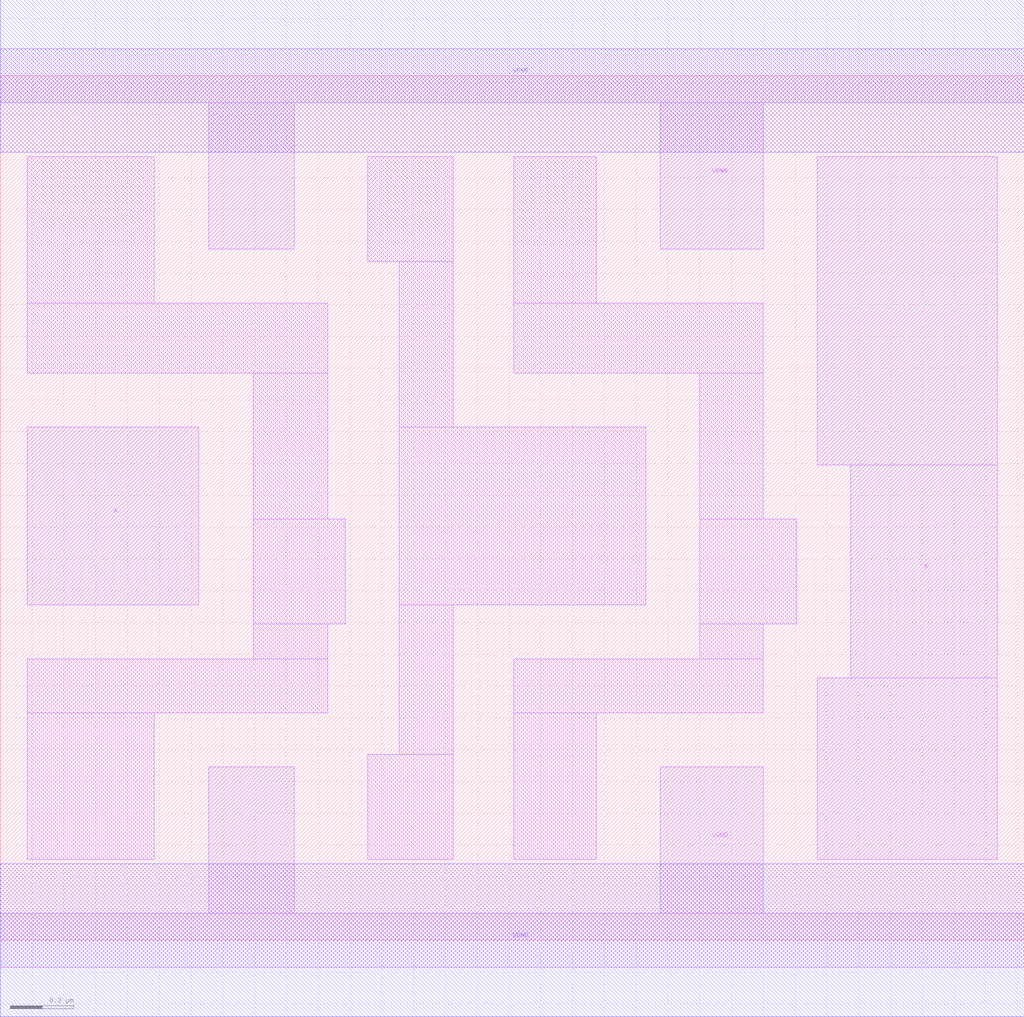
<source format=lef>
# Copyright 2020 The SkyWater PDK Authors
#
# Licensed under the Apache License, Version 2.0 (the "License");
# you may not use this file except in compliance with the License.
# You may obtain a copy of the License at
#
#     https://www.apache.org/licenses/LICENSE-2.0
#
# Unless required by applicable law or agreed to in writing, software
# distributed under the License is distributed on an "AS IS" BASIS,
# WITHOUT WARRANTIES OR CONDITIONS OF ANY KIND, either express or implied.
# See the License for the specific language governing permissions and
# limitations under the License.
#
# SPDX-License-Identifier: Apache-2.0

VERSION 5.5 ;
NAMESCASESENSITIVE ON ;
BUSBITCHARS "[]" ;
DIVIDERCHAR "/" ;
MACRO sky130_fd_sc_hd__dlygate4sd2_1
  CLASS CORE ;
  SOURCE USER ;
  ORIGIN  0.000000  0.000000 ;
  SIZE  3.220000 BY  2.720000 ;
  SYMMETRY X Y R90 ;
  SITE unithd ;
  PIN A
    ANTENNAGATEAREA  0.126000 ;
    DIRECTION INPUT ;
    USE SIGNAL ;
    PORT
      LAYER li1 ;
        RECT 0.085000 1.055000 0.625000 1.615000 ;
    END
  END A
  PIN X
    ANTENNADIFFAREA  0.429000 ;
    DIRECTION OUTPUT ;
    USE SIGNAL ;
    PORT
      LAYER li1 ;
        RECT 2.570000 0.255000 3.135000 0.825000 ;
        RECT 2.570000 1.495000 3.135000 2.465000 ;
        RECT 2.675000 0.825000 3.135000 1.495000 ;
    END
  END X
  PIN VGND
    DIRECTION INOUT ;
    SHAPE ABUTMENT ;
    USE GROUND ;
    PORT
      LAYER li1 ;
        RECT 0.000000 -0.085000 3.220000 0.085000 ;
        RECT 0.655000  0.085000 0.925000 0.545000 ;
        RECT 2.075000  0.085000 2.400000 0.545000 ;
    END
    PORT
      LAYER met1 ;
        RECT 0.000000 -0.240000 3.220000 0.240000 ;
    END
  END VGND
  PIN VPWR
    DIRECTION INOUT ;
    SHAPE ABUTMENT ;
    USE POWER ;
    PORT
      LAYER li1 ;
        RECT 0.000000 2.635000 3.220000 2.805000 ;
        RECT 0.655000 2.175000 0.925000 2.635000 ;
        RECT 2.075000 2.175000 2.400000 2.635000 ;
    END
    PORT
      LAYER met1 ;
        RECT 0.000000 2.480000 3.220000 2.960000 ;
    END
  END VPWR
  OBS
    LAYER li1 ;
      RECT 0.085000 0.255000 0.485000 0.715000 ;
      RECT 0.085000 0.715000 1.030000 0.885000 ;
      RECT 0.085000 1.785000 1.030000 2.005000 ;
      RECT 0.085000 2.005000 0.485000 2.465000 ;
      RECT 0.795000 0.885000 1.030000 0.995000 ;
      RECT 0.795000 0.995000 1.085000 1.325000 ;
      RECT 0.795000 1.325000 1.030000 1.785000 ;
      RECT 1.155000 0.255000 1.425000 0.585000 ;
      RECT 1.155000 2.135000 1.425000 2.465000 ;
      RECT 1.255000 0.585000 1.425000 1.055000 ;
      RECT 1.255000 1.055000 2.030000 1.615000 ;
      RECT 1.255000 1.615000 1.425000 2.135000 ;
      RECT 1.615000 0.255000 1.875000 0.715000 ;
      RECT 1.615000 0.715000 2.400000 0.885000 ;
      RECT 1.615000 1.785000 2.400000 2.005000 ;
      RECT 1.615000 2.005000 1.875000 2.465000 ;
      RECT 2.200000 0.885000 2.400000 0.995000 ;
      RECT 2.200000 0.995000 2.505000 1.325000 ;
      RECT 2.200000 1.325000 2.400000 1.785000 ;
  END
END sky130_fd_sc_hd__dlygate4sd2_1

</source>
